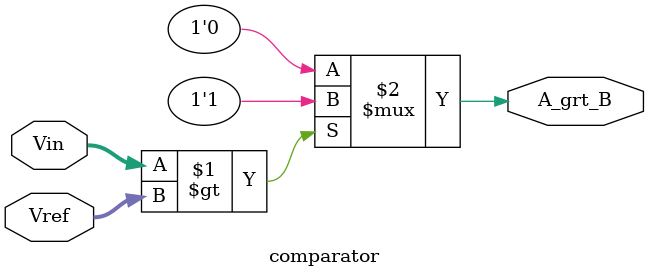
<source format=v>
module comparator (
  input [7:0] Vin,
  input [7:0] Vref,
  output A_grt_B
);
  assign A_grt_B = (Vin > Vref) ? 1'b1 : 1'b0;
endmodule
</source>
